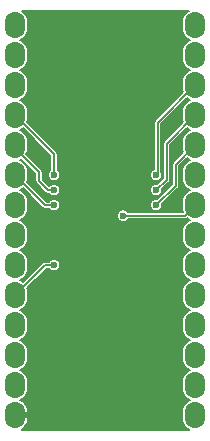
<source format=gbl>
G04 #@! TF.GenerationSoftware,KiCad,Pcbnew,(5.1.2-1)-1*
G04 #@! TF.CreationDate,2019-12-07T17:40:51-05:00*
G04 #@! TF.ProjectId,GW28R8128,47573238-5238-4313-9238-2e6b69636164,rev?*
G04 #@! TF.SameCoordinates,Original*
G04 #@! TF.FileFunction,Copper,L2,Bot*
G04 #@! TF.FilePolarity,Positive*
%FSLAX46Y46*%
G04 Gerber Fmt 4.6, Leading zero omitted, Abs format (unit mm)*
G04 Created by KiCad (PCBNEW (5.1.2-1)-1) date 2019-12-07 17:40:51*
%MOMM*%
%LPD*%
G04 APERTURE LIST*
%ADD10O,1.700000X2.280000*%
%ADD11C,0.800000*%
%ADD12C,0.600000*%
%ADD13C,0.152400*%
G04 APERTURE END LIST*
D10*
X40640000Y-20320000D03*
X55880000Y-53340000D03*
X40640000Y-22860000D03*
X55880000Y-50800000D03*
X40640000Y-25400000D03*
X55880000Y-48260000D03*
X40640000Y-27940000D03*
X55880000Y-45720000D03*
X40640000Y-30480000D03*
X55880000Y-43180000D03*
X40640000Y-33020000D03*
X55880000Y-40640000D03*
X40640000Y-35560000D03*
X55880000Y-38100000D03*
X40640000Y-38100000D03*
X55880000Y-35560000D03*
X40640000Y-40640000D03*
X55880000Y-33020000D03*
X40640000Y-43180000D03*
X55880000Y-30480000D03*
X40640000Y-45720000D03*
X55880000Y-27940000D03*
X40640000Y-48260000D03*
X55880000Y-25400000D03*
X40640000Y-50800000D03*
X55880000Y-22860000D03*
X40640000Y-53340000D03*
X55880000Y-20320000D03*
D11*
X47879000Y-25400000D03*
X46736000Y-26670000D03*
X47879000Y-27940000D03*
D12*
X46990000Y-42418000D03*
X46990000Y-44958000D03*
X48260000Y-31242000D03*
X52070000Y-31242000D03*
X52070000Y-28702000D03*
X48895000Y-48895000D03*
X53975000Y-50165000D03*
X53975000Y-46355000D03*
X51435000Y-40640000D03*
X43942000Y-35560000D03*
X52578000Y-34290000D03*
X43942000Y-33020000D03*
X43942000Y-34290000D03*
X43942000Y-40640000D03*
X52578000Y-35560000D03*
X52578000Y-33020000D03*
X49784000Y-36449000D03*
D13*
X43180000Y-35560000D02*
X43942000Y-35560000D01*
X40640000Y-33020000D02*
X43180000Y-35560000D01*
X53467000Y-30353000D02*
X55880000Y-27940000D01*
X53467000Y-33401000D02*
X53467000Y-30353000D01*
X52578000Y-34290000D02*
X53467000Y-33401000D01*
X43942000Y-31242000D02*
X43942000Y-33020000D01*
X40640000Y-27940000D02*
X43942000Y-31242000D01*
X40640000Y-30734000D02*
X42672000Y-32766000D01*
X42672000Y-33528000D02*
X43434000Y-34290000D01*
X43434000Y-34290000D02*
X43942000Y-34290000D01*
X42672000Y-32766000D02*
X42672000Y-33528000D01*
X40640000Y-30480000D02*
X40640000Y-30734000D01*
X43180000Y-40640000D02*
X40640000Y-43180000D01*
X43942000Y-40640000D02*
X43180000Y-40640000D01*
X54229000Y-33909000D02*
X54229000Y-32131000D01*
X54229000Y-32131000D02*
X55880000Y-30480000D01*
X52578000Y-35560000D02*
X54229000Y-33909000D01*
X52705000Y-28575000D02*
X55880000Y-25400000D01*
X52705000Y-32893000D02*
X52705000Y-28575000D01*
X52578000Y-33020000D02*
X52705000Y-32893000D01*
X49784000Y-36449000D02*
X54991000Y-36449000D01*
X54991000Y-36449000D02*
X55880000Y-35560000D01*
G36*
X55277863Y-19128838D02*
G01*
X55113625Y-19263625D01*
X54978838Y-19427863D01*
X54878683Y-19615242D01*
X54817007Y-19818559D01*
X54801400Y-19977021D01*
X54801400Y-20662980D01*
X54817007Y-20821442D01*
X54878684Y-21024759D01*
X54978839Y-21212137D01*
X55113626Y-21376375D01*
X55277864Y-21511162D01*
X55425360Y-21590000D01*
X55277863Y-21668838D01*
X55113625Y-21803625D01*
X54978838Y-21967863D01*
X54878683Y-22155242D01*
X54817007Y-22358559D01*
X54801400Y-22517021D01*
X54801400Y-23202980D01*
X54817007Y-23361442D01*
X54878684Y-23564759D01*
X54978839Y-23752137D01*
X55113626Y-23916375D01*
X55277864Y-24051162D01*
X55425360Y-24130000D01*
X55277863Y-24208838D01*
X55113625Y-24343625D01*
X54978838Y-24507863D01*
X54878683Y-24695242D01*
X54817007Y-24898559D01*
X54801400Y-25057021D01*
X54801400Y-25742980D01*
X54817007Y-25901442D01*
X54847381Y-26001568D01*
X52500057Y-28348892D01*
X52488433Y-28358432D01*
X52450343Y-28404843D01*
X52435215Y-28433146D01*
X52422040Y-28457795D01*
X52404611Y-28515249D01*
X52398727Y-28575000D01*
X52400201Y-28589968D01*
X52400200Y-32521494D01*
X52327614Y-32551560D01*
X52241037Y-32609409D01*
X52167409Y-32683037D01*
X52109560Y-32769614D01*
X52069713Y-32865813D01*
X52049400Y-32967937D01*
X52049400Y-33072063D01*
X52069713Y-33174187D01*
X52109560Y-33270386D01*
X52167409Y-33356963D01*
X52241037Y-33430591D01*
X52327614Y-33488440D01*
X52423813Y-33528287D01*
X52525937Y-33548600D01*
X52630063Y-33548600D01*
X52732187Y-33528287D01*
X52828386Y-33488440D01*
X52914963Y-33430591D01*
X52988591Y-33356963D01*
X53046440Y-33270386D01*
X53086287Y-33174187D01*
X53106600Y-33072063D01*
X53106600Y-32967937D01*
X53086287Y-32865813D01*
X53046440Y-32769614D01*
X53009800Y-32714778D01*
X53009800Y-28701251D01*
X55191097Y-26519954D01*
X55277864Y-26591162D01*
X55425360Y-26670000D01*
X55277863Y-26748838D01*
X55113625Y-26883625D01*
X54978838Y-27047863D01*
X54878683Y-27235242D01*
X54817007Y-27438559D01*
X54801400Y-27597021D01*
X54801400Y-28282980D01*
X54817007Y-28441442D01*
X54847381Y-28541568D01*
X53262057Y-30126892D01*
X53250433Y-30136432D01*
X53212343Y-30182843D01*
X53204755Y-30197040D01*
X53184040Y-30235795D01*
X53166611Y-30293249D01*
X53160727Y-30353000D01*
X53162201Y-30367968D01*
X53162200Y-33274748D01*
X52668002Y-33768946D01*
X52630063Y-33761400D01*
X52525937Y-33761400D01*
X52423813Y-33781713D01*
X52327614Y-33821560D01*
X52241037Y-33879409D01*
X52167409Y-33953037D01*
X52109560Y-34039614D01*
X52069713Y-34135813D01*
X52049400Y-34237937D01*
X52049400Y-34342063D01*
X52069713Y-34444187D01*
X52109560Y-34540386D01*
X52167409Y-34626963D01*
X52241037Y-34700591D01*
X52327614Y-34758440D01*
X52423813Y-34798287D01*
X52525937Y-34818600D01*
X52630063Y-34818600D01*
X52732187Y-34798287D01*
X52828386Y-34758440D01*
X52914963Y-34700591D01*
X52988591Y-34626963D01*
X53046440Y-34540386D01*
X53086287Y-34444187D01*
X53106600Y-34342063D01*
X53106600Y-34237937D01*
X53099054Y-34199998D01*
X53671945Y-33627107D01*
X53683568Y-33617568D01*
X53721658Y-33571157D01*
X53749960Y-33518206D01*
X53758990Y-33488440D01*
X53767389Y-33460752D01*
X53767897Y-33455597D01*
X53771800Y-33415966D01*
X53771800Y-33415958D01*
X53773273Y-33401000D01*
X53771800Y-33386042D01*
X53771800Y-30479251D01*
X55191097Y-29059954D01*
X55277864Y-29131162D01*
X55425360Y-29210000D01*
X55277863Y-29288838D01*
X55113625Y-29423625D01*
X54978838Y-29587863D01*
X54878683Y-29775242D01*
X54817007Y-29978559D01*
X54801400Y-30137021D01*
X54801400Y-30822980D01*
X54817007Y-30981442D01*
X54847381Y-31081568D01*
X54024057Y-31904892D01*
X54012433Y-31914432D01*
X53974343Y-31960843D01*
X53959215Y-31989146D01*
X53946040Y-32013795D01*
X53928611Y-32071249D01*
X53922727Y-32131000D01*
X53924201Y-32145968D01*
X53924200Y-33782748D01*
X52668002Y-35038946D01*
X52630063Y-35031400D01*
X52525937Y-35031400D01*
X52423813Y-35051713D01*
X52327614Y-35091560D01*
X52241037Y-35149409D01*
X52167409Y-35223037D01*
X52109560Y-35309614D01*
X52069713Y-35405813D01*
X52049400Y-35507937D01*
X52049400Y-35612063D01*
X52069713Y-35714187D01*
X52109560Y-35810386D01*
X52167409Y-35896963D01*
X52241037Y-35970591D01*
X52327614Y-36028440D01*
X52423813Y-36068287D01*
X52525937Y-36088600D01*
X52630063Y-36088600D01*
X52732187Y-36068287D01*
X52828386Y-36028440D01*
X52914963Y-35970591D01*
X52988591Y-35896963D01*
X53046440Y-35810386D01*
X53086287Y-35714187D01*
X53106600Y-35612063D01*
X53106600Y-35507937D01*
X53099054Y-35469998D01*
X54433945Y-34135107D01*
X54445568Y-34125568D01*
X54483658Y-34079157D01*
X54511960Y-34026206D01*
X54529389Y-33968751D01*
X54533800Y-33923966D01*
X54533800Y-33923958D01*
X54535273Y-33909000D01*
X54533800Y-33894042D01*
X54533800Y-32257251D01*
X55191097Y-31599954D01*
X55277864Y-31671162D01*
X55425360Y-31750000D01*
X55277863Y-31828838D01*
X55113625Y-31963625D01*
X54978838Y-32127863D01*
X54878683Y-32315242D01*
X54817007Y-32518559D01*
X54801400Y-32677021D01*
X54801400Y-33362980D01*
X54817007Y-33521442D01*
X54878684Y-33724759D01*
X54978839Y-33912137D01*
X55113626Y-34076375D01*
X55277864Y-34211162D01*
X55425360Y-34290000D01*
X55277863Y-34368838D01*
X55113625Y-34503625D01*
X54978838Y-34667863D01*
X54878683Y-34855242D01*
X54817007Y-35058559D01*
X54801400Y-35217021D01*
X54801400Y-35902980D01*
X54817007Y-36061442D01*
X54842112Y-36144200D01*
X50216082Y-36144200D01*
X50194591Y-36112037D01*
X50120963Y-36038409D01*
X50034386Y-35980560D01*
X49938187Y-35940713D01*
X49836063Y-35920400D01*
X49731937Y-35920400D01*
X49629813Y-35940713D01*
X49533614Y-35980560D01*
X49447037Y-36038409D01*
X49373409Y-36112037D01*
X49315560Y-36198614D01*
X49275713Y-36294813D01*
X49255400Y-36396937D01*
X49255400Y-36501063D01*
X49275713Y-36603187D01*
X49315560Y-36699386D01*
X49373409Y-36785963D01*
X49447037Y-36859591D01*
X49533614Y-36917440D01*
X49629813Y-36957287D01*
X49731937Y-36977600D01*
X49836063Y-36977600D01*
X49938187Y-36957287D01*
X50034386Y-36917440D01*
X50120963Y-36859591D01*
X50194591Y-36785963D01*
X50216082Y-36753800D01*
X54976042Y-36753800D01*
X54991000Y-36755273D01*
X55005958Y-36753800D01*
X55005966Y-36753800D01*
X55050751Y-36749389D01*
X55108206Y-36731960D01*
X55161157Y-36703658D01*
X55190568Y-36679520D01*
X55277864Y-36751162D01*
X55425360Y-36830000D01*
X55277863Y-36908838D01*
X55113625Y-37043625D01*
X54978838Y-37207863D01*
X54878683Y-37395242D01*
X54817007Y-37598559D01*
X54801400Y-37757021D01*
X54801400Y-38442980D01*
X54817007Y-38601442D01*
X54878684Y-38804759D01*
X54978839Y-38992137D01*
X55113626Y-39156375D01*
X55277864Y-39291162D01*
X55425360Y-39370000D01*
X55277863Y-39448838D01*
X55113625Y-39583625D01*
X54978838Y-39747863D01*
X54878683Y-39935242D01*
X54817007Y-40138559D01*
X54801400Y-40297021D01*
X54801400Y-40982980D01*
X54817007Y-41141442D01*
X54878684Y-41344759D01*
X54978839Y-41532137D01*
X55113626Y-41696375D01*
X55277864Y-41831162D01*
X55425360Y-41910000D01*
X55277863Y-41988838D01*
X55113625Y-42123625D01*
X54978838Y-42287863D01*
X54878683Y-42475242D01*
X54817007Y-42678559D01*
X54801400Y-42837021D01*
X54801400Y-43522980D01*
X54817007Y-43681442D01*
X54878684Y-43884759D01*
X54978839Y-44072137D01*
X55113626Y-44236375D01*
X55277864Y-44371162D01*
X55425360Y-44450000D01*
X55277863Y-44528838D01*
X55113625Y-44663625D01*
X54978838Y-44827863D01*
X54878683Y-45015242D01*
X54817007Y-45218559D01*
X54801400Y-45377021D01*
X54801400Y-46062980D01*
X54817007Y-46221442D01*
X54878684Y-46424759D01*
X54978839Y-46612137D01*
X55113626Y-46776375D01*
X55277864Y-46911162D01*
X55425360Y-46990000D01*
X55277863Y-47068838D01*
X55113625Y-47203625D01*
X54978838Y-47367863D01*
X54878683Y-47555242D01*
X54817007Y-47758559D01*
X54801400Y-47917021D01*
X54801400Y-48602980D01*
X54817007Y-48761442D01*
X54878684Y-48964759D01*
X54978839Y-49152137D01*
X55113626Y-49316375D01*
X55277864Y-49451162D01*
X55425360Y-49530000D01*
X55277863Y-49608838D01*
X55113625Y-49743625D01*
X54978838Y-49907863D01*
X54878683Y-50095242D01*
X54817007Y-50298559D01*
X54801400Y-50457021D01*
X54801400Y-51142980D01*
X54817007Y-51301442D01*
X54878684Y-51504759D01*
X54978839Y-51692137D01*
X55113626Y-51856375D01*
X55277864Y-51991162D01*
X55425360Y-52070000D01*
X55277863Y-52148838D01*
X55113625Y-52283625D01*
X54978838Y-52447863D01*
X54878683Y-52635242D01*
X54817007Y-52838559D01*
X54801400Y-52997021D01*
X54801400Y-53682980D01*
X54817007Y-53841442D01*
X54878684Y-54044759D01*
X54978839Y-54232137D01*
X55113626Y-54396375D01*
X55277864Y-54531162D01*
X55332565Y-54560400D01*
X41213081Y-54560400D01*
X41373470Y-54441841D01*
X41517759Y-54283149D01*
X41628316Y-54099357D01*
X41700893Y-53897528D01*
X41732700Y-53685418D01*
X41670766Y-53513800D01*
X40813800Y-53513800D01*
X40813800Y-53533800D01*
X40466200Y-53533800D01*
X40466200Y-53513800D01*
X40446200Y-53513800D01*
X40446200Y-53166200D01*
X40466200Y-53166200D01*
X40466200Y-53146200D01*
X40813800Y-53146200D01*
X40813800Y-53166200D01*
X41670766Y-53166200D01*
X41732700Y-52994582D01*
X41700893Y-52782472D01*
X41628316Y-52580643D01*
X41517759Y-52396851D01*
X41373470Y-52238159D01*
X41200994Y-52110665D01*
X41094476Y-52070088D01*
X41242137Y-51991162D01*
X41406375Y-51856375D01*
X41541162Y-51692137D01*
X41641317Y-51504758D01*
X41702993Y-51301441D01*
X41718600Y-51142979D01*
X41718600Y-50457020D01*
X41702993Y-50298558D01*
X41641317Y-50095241D01*
X41541162Y-49907863D01*
X41406375Y-49743625D01*
X41242137Y-49608838D01*
X41094640Y-49530000D01*
X41242137Y-49451162D01*
X41406375Y-49316375D01*
X41541162Y-49152137D01*
X41641317Y-48964758D01*
X41702993Y-48761441D01*
X41718600Y-48602979D01*
X41718600Y-47917020D01*
X41702993Y-47758558D01*
X41641317Y-47555241D01*
X41541162Y-47367863D01*
X41406375Y-47203625D01*
X41242137Y-47068838D01*
X41094640Y-46990000D01*
X41242137Y-46911162D01*
X41406375Y-46776375D01*
X41541162Y-46612137D01*
X41641317Y-46424758D01*
X41702993Y-46221441D01*
X41718600Y-46062979D01*
X41718600Y-45377020D01*
X41702993Y-45218558D01*
X41641317Y-45015241D01*
X41541162Y-44827863D01*
X41406375Y-44663625D01*
X41242137Y-44528838D01*
X41094640Y-44450000D01*
X41242137Y-44371162D01*
X41406375Y-44236375D01*
X41541162Y-44072137D01*
X41641317Y-43884758D01*
X41702993Y-43681441D01*
X41718600Y-43522979D01*
X41718600Y-42837020D01*
X41702993Y-42678558D01*
X41672620Y-42578432D01*
X43306252Y-40944800D01*
X43509918Y-40944800D01*
X43531409Y-40976963D01*
X43605037Y-41050591D01*
X43691614Y-41108440D01*
X43787813Y-41148287D01*
X43889937Y-41168600D01*
X43994063Y-41168600D01*
X44096187Y-41148287D01*
X44192386Y-41108440D01*
X44278963Y-41050591D01*
X44352591Y-40976963D01*
X44410440Y-40890386D01*
X44450287Y-40794187D01*
X44470600Y-40692063D01*
X44470600Y-40587937D01*
X44450287Y-40485813D01*
X44410440Y-40389614D01*
X44352591Y-40303037D01*
X44278963Y-40229409D01*
X44192386Y-40171560D01*
X44096187Y-40131713D01*
X43994063Y-40111400D01*
X43889937Y-40111400D01*
X43787813Y-40131713D01*
X43691614Y-40171560D01*
X43605037Y-40229409D01*
X43531409Y-40303037D01*
X43509918Y-40335200D01*
X43194957Y-40335200D01*
X43179999Y-40333727D01*
X43165041Y-40335200D01*
X43165034Y-40335200D01*
X43125889Y-40339055D01*
X43120248Y-40339611D01*
X43102819Y-40344898D01*
X43062794Y-40357040D01*
X43009843Y-40385342D01*
X42963432Y-40423432D01*
X42953892Y-40435056D01*
X41328903Y-42060045D01*
X41242137Y-41988838D01*
X41094640Y-41910000D01*
X41242137Y-41831162D01*
X41406375Y-41696375D01*
X41541162Y-41532137D01*
X41641317Y-41344758D01*
X41702993Y-41141441D01*
X41718600Y-40982979D01*
X41718600Y-40297020D01*
X41702993Y-40138558D01*
X41641317Y-39935241D01*
X41541162Y-39747863D01*
X41406375Y-39583625D01*
X41242137Y-39448838D01*
X41094640Y-39370000D01*
X41242137Y-39291162D01*
X41406375Y-39156375D01*
X41541162Y-38992137D01*
X41641317Y-38804758D01*
X41702993Y-38601441D01*
X41718600Y-38442979D01*
X41718600Y-37757020D01*
X41702993Y-37598558D01*
X41641317Y-37395241D01*
X41541162Y-37207863D01*
X41406375Y-37043625D01*
X41242137Y-36908838D01*
X41094640Y-36830000D01*
X41242137Y-36751162D01*
X41406375Y-36616375D01*
X41541162Y-36452137D01*
X41641317Y-36264758D01*
X41702993Y-36061441D01*
X41718600Y-35902979D01*
X41718600Y-35217020D01*
X41702993Y-35058558D01*
X41641317Y-34855241D01*
X41541162Y-34667863D01*
X41406375Y-34503625D01*
X41242137Y-34368838D01*
X41094640Y-34290000D01*
X41242137Y-34211162D01*
X41328903Y-34139955D01*
X42953892Y-35764944D01*
X42963432Y-35776568D01*
X43009843Y-35814658D01*
X43062794Y-35842960D01*
X43102819Y-35855102D01*
X43120248Y-35860389D01*
X43125889Y-35860945D01*
X43165034Y-35864800D01*
X43165041Y-35864800D01*
X43179999Y-35866273D01*
X43194957Y-35864800D01*
X43509918Y-35864800D01*
X43531409Y-35896963D01*
X43605037Y-35970591D01*
X43691614Y-36028440D01*
X43787813Y-36068287D01*
X43889937Y-36088600D01*
X43994063Y-36088600D01*
X44096187Y-36068287D01*
X44192386Y-36028440D01*
X44278963Y-35970591D01*
X44352591Y-35896963D01*
X44410440Y-35810386D01*
X44450287Y-35714187D01*
X44470600Y-35612063D01*
X44470600Y-35507937D01*
X44450287Y-35405813D01*
X44410440Y-35309614D01*
X44352591Y-35223037D01*
X44278963Y-35149409D01*
X44192386Y-35091560D01*
X44096187Y-35051713D01*
X43994063Y-35031400D01*
X43889937Y-35031400D01*
X43787813Y-35051713D01*
X43691614Y-35091560D01*
X43605037Y-35149409D01*
X43531409Y-35223037D01*
X43509918Y-35255200D01*
X43306252Y-35255200D01*
X41672620Y-33621568D01*
X41702993Y-33521441D01*
X41718600Y-33362979D01*
X41718600Y-32677020D01*
X41702993Y-32518558D01*
X41641317Y-32315241D01*
X41541162Y-32127863D01*
X41406375Y-31963625D01*
X41242137Y-31828838D01*
X41094640Y-31750000D01*
X41179559Y-31704610D01*
X42367200Y-32892252D01*
X42367201Y-33513032D01*
X42365727Y-33528000D01*
X42371611Y-33587751D01*
X42389040Y-33645205D01*
X42402215Y-33669854D01*
X42417343Y-33698157D01*
X42455433Y-33744568D01*
X42467057Y-33754108D01*
X43207892Y-34494944D01*
X43217432Y-34506568D01*
X43263843Y-34544658D01*
X43316794Y-34572960D01*
X43374248Y-34590389D01*
X43379403Y-34590897D01*
X43419034Y-34594800D01*
X43419042Y-34594800D01*
X43434000Y-34596273D01*
X43448958Y-34594800D01*
X43509918Y-34594800D01*
X43531409Y-34626963D01*
X43605037Y-34700591D01*
X43691614Y-34758440D01*
X43787813Y-34798287D01*
X43889937Y-34818600D01*
X43994063Y-34818600D01*
X44096187Y-34798287D01*
X44192386Y-34758440D01*
X44278963Y-34700591D01*
X44352591Y-34626963D01*
X44410440Y-34540386D01*
X44450287Y-34444187D01*
X44470600Y-34342063D01*
X44470600Y-34237937D01*
X44450287Y-34135813D01*
X44410440Y-34039614D01*
X44352591Y-33953037D01*
X44278963Y-33879409D01*
X44192386Y-33821560D01*
X44096187Y-33781713D01*
X43994063Y-33761400D01*
X43889937Y-33761400D01*
X43787813Y-33781713D01*
X43691614Y-33821560D01*
X43605037Y-33879409D01*
X43531409Y-33953037D01*
X43530079Y-33955027D01*
X42976800Y-33401749D01*
X42976800Y-32780958D01*
X42978273Y-32766000D01*
X42976800Y-32751042D01*
X42976800Y-32751034D01*
X42972389Y-32706249D01*
X42963523Y-32677020D01*
X42954960Y-32648794D01*
X42949374Y-32638343D01*
X42926658Y-32595843D01*
X42888568Y-32549432D01*
X42876945Y-32539893D01*
X41599690Y-31262638D01*
X41641317Y-31184758D01*
X41702993Y-30981441D01*
X41718600Y-30822979D01*
X41718600Y-30137020D01*
X41702993Y-29978558D01*
X41641317Y-29775241D01*
X41541162Y-29587863D01*
X41406375Y-29423625D01*
X41242137Y-29288838D01*
X41094640Y-29210000D01*
X41242137Y-29131162D01*
X41328903Y-29059955D01*
X43637200Y-31368252D01*
X43637201Y-32587918D01*
X43605037Y-32609409D01*
X43531409Y-32683037D01*
X43473560Y-32769614D01*
X43433713Y-32865813D01*
X43413400Y-32967937D01*
X43413400Y-33072063D01*
X43433713Y-33174187D01*
X43473560Y-33270386D01*
X43531409Y-33356963D01*
X43605037Y-33430591D01*
X43691614Y-33488440D01*
X43787813Y-33528287D01*
X43889937Y-33548600D01*
X43994063Y-33548600D01*
X44096187Y-33528287D01*
X44192386Y-33488440D01*
X44278963Y-33430591D01*
X44352591Y-33356963D01*
X44410440Y-33270386D01*
X44450287Y-33174187D01*
X44470600Y-33072063D01*
X44470600Y-32967937D01*
X44450287Y-32865813D01*
X44410440Y-32769614D01*
X44352591Y-32683037D01*
X44278963Y-32609409D01*
X44246800Y-32587918D01*
X44246800Y-31256957D01*
X44248273Y-31241999D01*
X44246800Y-31227041D01*
X44246800Y-31227034D01*
X44242389Y-31182249D01*
X44224960Y-31124794D01*
X44196658Y-31071843D01*
X44158568Y-31025432D01*
X44146945Y-31015893D01*
X41672620Y-28541568D01*
X41702993Y-28441441D01*
X41718600Y-28282979D01*
X41718600Y-27597020D01*
X41702993Y-27438558D01*
X41641317Y-27235241D01*
X41541162Y-27047863D01*
X41406375Y-26883625D01*
X41242137Y-26748838D01*
X41094640Y-26670000D01*
X41242137Y-26591162D01*
X41406375Y-26456375D01*
X41541162Y-26292137D01*
X41641317Y-26104758D01*
X41702993Y-25901441D01*
X41718600Y-25742979D01*
X41718600Y-25057020D01*
X41702993Y-24898558D01*
X41641317Y-24695241D01*
X41541162Y-24507863D01*
X41406375Y-24343625D01*
X41242137Y-24208838D01*
X41094640Y-24130000D01*
X41242137Y-24051162D01*
X41406375Y-23916375D01*
X41541162Y-23752137D01*
X41641317Y-23564758D01*
X41702993Y-23361441D01*
X41718600Y-23202979D01*
X41718600Y-22517020D01*
X41702993Y-22358558D01*
X41641317Y-22155241D01*
X41541162Y-21967863D01*
X41406375Y-21803625D01*
X41242137Y-21668838D01*
X41094640Y-21590000D01*
X41242137Y-21511162D01*
X41406375Y-21376375D01*
X41541162Y-21212137D01*
X41641317Y-21024758D01*
X41702993Y-20821441D01*
X41718600Y-20662979D01*
X41718600Y-19977020D01*
X41702993Y-19818558D01*
X41641317Y-19615241D01*
X41541162Y-19427863D01*
X41406375Y-19263625D01*
X41242137Y-19128838D01*
X41187436Y-19099600D01*
X55332564Y-19099600D01*
X55277863Y-19128838D01*
X55277863Y-19128838D01*
G37*
X55277863Y-19128838D02*
X55113625Y-19263625D01*
X54978838Y-19427863D01*
X54878683Y-19615242D01*
X54817007Y-19818559D01*
X54801400Y-19977021D01*
X54801400Y-20662980D01*
X54817007Y-20821442D01*
X54878684Y-21024759D01*
X54978839Y-21212137D01*
X55113626Y-21376375D01*
X55277864Y-21511162D01*
X55425360Y-21590000D01*
X55277863Y-21668838D01*
X55113625Y-21803625D01*
X54978838Y-21967863D01*
X54878683Y-22155242D01*
X54817007Y-22358559D01*
X54801400Y-22517021D01*
X54801400Y-23202980D01*
X54817007Y-23361442D01*
X54878684Y-23564759D01*
X54978839Y-23752137D01*
X55113626Y-23916375D01*
X55277864Y-24051162D01*
X55425360Y-24130000D01*
X55277863Y-24208838D01*
X55113625Y-24343625D01*
X54978838Y-24507863D01*
X54878683Y-24695242D01*
X54817007Y-24898559D01*
X54801400Y-25057021D01*
X54801400Y-25742980D01*
X54817007Y-25901442D01*
X54847381Y-26001568D01*
X52500057Y-28348892D01*
X52488433Y-28358432D01*
X52450343Y-28404843D01*
X52435215Y-28433146D01*
X52422040Y-28457795D01*
X52404611Y-28515249D01*
X52398727Y-28575000D01*
X52400201Y-28589968D01*
X52400200Y-32521494D01*
X52327614Y-32551560D01*
X52241037Y-32609409D01*
X52167409Y-32683037D01*
X52109560Y-32769614D01*
X52069713Y-32865813D01*
X52049400Y-32967937D01*
X52049400Y-33072063D01*
X52069713Y-33174187D01*
X52109560Y-33270386D01*
X52167409Y-33356963D01*
X52241037Y-33430591D01*
X52327614Y-33488440D01*
X52423813Y-33528287D01*
X52525937Y-33548600D01*
X52630063Y-33548600D01*
X52732187Y-33528287D01*
X52828386Y-33488440D01*
X52914963Y-33430591D01*
X52988591Y-33356963D01*
X53046440Y-33270386D01*
X53086287Y-33174187D01*
X53106600Y-33072063D01*
X53106600Y-32967937D01*
X53086287Y-32865813D01*
X53046440Y-32769614D01*
X53009800Y-32714778D01*
X53009800Y-28701251D01*
X55191097Y-26519954D01*
X55277864Y-26591162D01*
X55425360Y-26670000D01*
X55277863Y-26748838D01*
X55113625Y-26883625D01*
X54978838Y-27047863D01*
X54878683Y-27235242D01*
X54817007Y-27438559D01*
X54801400Y-27597021D01*
X54801400Y-28282980D01*
X54817007Y-28441442D01*
X54847381Y-28541568D01*
X53262057Y-30126892D01*
X53250433Y-30136432D01*
X53212343Y-30182843D01*
X53204755Y-30197040D01*
X53184040Y-30235795D01*
X53166611Y-30293249D01*
X53160727Y-30353000D01*
X53162201Y-30367968D01*
X53162200Y-33274748D01*
X52668002Y-33768946D01*
X52630063Y-33761400D01*
X52525937Y-33761400D01*
X52423813Y-33781713D01*
X52327614Y-33821560D01*
X52241037Y-33879409D01*
X52167409Y-33953037D01*
X52109560Y-34039614D01*
X52069713Y-34135813D01*
X52049400Y-34237937D01*
X52049400Y-34342063D01*
X52069713Y-34444187D01*
X52109560Y-34540386D01*
X52167409Y-34626963D01*
X52241037Y-34700591D01*
X52327614Y-34758440D01*
X52423813Y-34798287D01*
X52525937Y-34818600D01*
X52630063Y-34818600D01*
X52732187Y-34798287D01*
X52828386Y-34758440D01*
X52914963Y-34700591D01*
X52988591Y-34626963D01*
X53046440Y-34540386D01*
X53086287Y-34444187D01*
X53106600Y-34342063D01*
X53106600Y-34237937D01*
X53099054Y-34199998D01*
X53671945Y-33627107D01*
X53683568Y-33617568D01*
X53721658Y-33571157D01*
X53749960Y-33518206D01*
X53758990Y-33488440D01*
X53767389Y-33460752D01*
X53767897Y-33455597D01*
X53771800Y-33415966D01*
X53771800Y-33415958D01*
X53773273Y-33401000D01*
X53771800Y-33386042D01*
X53771800Y-30479251D01*
X55191097Y-29059954D01*
X55277864Y-29131162D01*
X55425360Y-29210000D01*
X55277863Y-29288838D01*
X55113625Y-29423625D01*
X54978838Y-29587863D01*
X54878683Y-29775242D01*
X54817007Y-29978559D01*
X54801400Y-30137021D01*
X54801400Y-30822980D01*
X54817007Y-30981442D01*
X54847381Y-31081568D01*
X54024057Y-31904892D01*
X54012433Y-31914432D01*
X53974343Y-31960843D01*
X53959215Y-31989146D01*
X53946040Y-32013795D01*
X53928611Y-32071249D01*
X53922727Y-32131000D01*
X53924201Y-32145968D01*
X53924200Y-33782748D01*
X52668002Y-35038946D01*
X52630063Y-35031400D01*
X52525937Y-35031400D01*
X52423813Y-35051713D01*
X52327614Y-35091560D01*
X52241037Y-35149409D01*
X52167409Y-35223037D01*
X52109560Y-35309614D01*
X52069713Y-35405813D01*
X52049400Y-35507937D01*
X52049400Y-35612063D01*
X52069713Y-35714187D01*
X52109560Y-35810386D01*
X52167409Y-35896963D01*
X52241037Y-35970591D01*
X52327614Y-36028440D01*
X52423813Y-36068287D01*
X52525937Y-36088600D01*
X52630063Y-36088600D01*
X52732187Y-36068287D01*
X52828386Y-36028440D01*
X52914963Y-35970591D01*
X52988591Y-35896963D01*
X53046440Y-35810386D01*
X53086287Y-35714187D01*
X53106600Y-35612063D01*
X53106600Y-35507937D01*
X53099054Y-35469998D01*
X54433945Y-34135107D01*
X54445568Y-34125568D01*
X54483658Y-34079157D01*
X54511960Y-34026206D01*
X54529389Y-33968751D01*
X54533800Y-33923966D01*
X54533800Y-33923958D01*
X54535273Y-33909000D01*
X54533800Y-33894042D01*
X54533800Y-32257251D01*
X55191097Y-31599954D01*
X55277864Y-31671162D01*
X55425360Y-31750000D01*
X55277863Y-31828838D01*
X55113625Y-31963625D01*
X54978838Y-32127863D01*
X54878683Y-32315242D01*
X54817007Y-32518559D01*
X54801400Y-32677021D01*
X54801400Y-33362980D01*
X54817007Y-33521442D01*
X54878684Y-33724759D01*
X54978839Y-33912137D01*
X55113626Y-34076375D01*
X55277864Y-34211162D01*
X55425360Y-34290000D01*
X55277863Y-34368838D01*
X55113625Y-34503625D01*
X54978838Y-34667863D01*
X54878683Y-34855242D01*
X54817007Y-35058559D01*
X54801400Y-35217021D01*
X54801400Y-35902980D01*
X54817007Y-36061442D01*
X54842112Y-36144200D01*
X50216082Y-36144200D01*
X50194591Y-36112037D01*
X50120963Y-36038409D01*
X50034386Y-35980560D01*
X49938187Y-35940713D01*
X49836063Y-35920400D01*
X49731937Y-35920400D01*
X49629813Y-35940713D01*
X49533614Y-35980560D01*
X49447037Y-36038409D01*
X49373409Y-36112037D01*
X49315560Y-36198614D01*
X49275713Y-36294813D01*
X49255400Y-36396937D01*
X49255400Y-36501063D01*
X49275713Y-36603187D01*
X49315560Y-36699386D01*
X49373409Y-36785963D01*
X49447037Y-36859591D01*
X49533614Y-36917440D01*
X49629813Y-36957287D01*
X49731937Y-36977600D01*
X49836063Y-36977600D01*
X49938187Y-36957287D01*
X50034386Y-36917440D01*
X50120963Y-36859591D01*
X50194591Y-36785963D01*
X50216082Y-36753800D01*
X54976042Y-36753800D01*
X54991000Y-36755273D01*
X55005958Y-36753800D01*
X55005966Y-36753800D01*
X55050751Y-36749389D01*
X55108206Y-36731960D01*
X55161157Y-36703658D01*
X55190568Y-36679520D01*
X55277864Y-36751162D01*
X55425360Y-36830000D01*
X55277863Y-36908838D01*
X55113625Y-37043625D01*
X54978838Y-37207863D01*
X54878683Y-37395242D01*
X54817007Y-37598559D01*
X54801400Y-37757021D01*
X54801400Y-38442980D01*
X54817007Y-38601442D01*
X54878684Y-38804759D01*
X54978839Y-38992137D01*
X55113626Y-39156375D01*
X55277864Y-39291162D01*
X55425360Y-39370000D01*
X55277863Y-39448838D01*
X55113625Y-39583625D01*
X54978838Y-39747863D01*
X54878683Y-39935242D01*
X54817007Y-40138559D01*
X54801400Y-40297021D01*
X54801400Y-40982980D01*
X54817007Y-41141442D01*
X54878684Y-41344759D01*
X54978839Y-41532137D01*
X55113626Y-41696375D01*
X55277864Y-41831162D01*
X55425360Y-41910000D01*
X55277863Y-41988838D01*
X55113625Y-42123625D01*
X54978838Y-42287863D01*
X54878683Y-42475242D01*
X54817007Y-42678559D01*
X54801400Y-42837021D01*
X54801400Y-43522980D01*
X54817007Y-43681442D01*
X54878684Y-43884759D01*
X54978839Y-44072137D01*
X55113626Y-44236375D01*
X55277864Y-44371162D01*
X55425360Y-44450000D01*
X55277863Y-44528838D01*
X55113625Y-44663625D01*
X54978838Y-44827863D01*
X54878683Y-45015242D01*
X54817007Y-45218559D01*
X54801400Y-45377021D01*
X54801400Y-46062980D01*
X54817007Y-46221442D01*
X54878684Y-46424759D01*
X54978839Y-46612137D01*
X55113626Y-46776375D01*
X55277864Y-46911162D01*
X55425360Y-46990000D01*
X55277863Y-47068838D01*
X55113625Y-47203625D01*
X54978838Y-47367863D01*
X54878683Y-47555242D01*
X54817007Y-47758559D01*
X54801400Y-47917021D01*
X54801400Y-48602980D01*
X54817007Y-48761442D01*
X54878684Y-48964759D01*
X54978839Y-49152137D01*
X55113626Y-49316375D01*
X55277864Y-49451162D01*
X55425360Y-49530000D01*
X55277863Y-49608838D01*
X55113625Y-49743625D01*
X54978838Y-49907863D01*
X54878683Y-50095242D01*
X54817007Y-50298559D01*
X54801400Y-50457021D01*
X54801400Y-51142980D01*
X54817007Y-51301442D01*
X54878684Y-51504759D01*
X54978839Y-51692137D01*
X55113626Y-51856375D01*
X55277864Y-51991162D01*
X55425360Y-52070000D01*
X55277863Y-52148838D01*
X55113625Y-52283625D01*
X54978838Y-52447863D01*
X54878683Y-52635242D01*
X54817007Y-52838559D01*
X54801400Y-52997021D01*
X54801400Y-53682980D01*
X54817007Y-53841442D01*
X54878684Y-54044759D01*
X54978839Y-54232137D01*
X55113626Y-54396375D01*
X55277864Y-54531162D01*
X55332565Y-54560400D01*
X41213081Y-54560400D01*
X41373470Y-54441841D01*
X41517759Y-54283149D01*
X41628316Y-54099357D01*
X41700893Y-53897528D01*
X41732700Y-53685418D01*
X41670766Y-53513800D01*
X40813800Y-53513800D01*
X40813800Y-53533800D01*
X40466200Y-53533800D01*
X40466200Y-53513800D01*
X40446200Y-53513800D01*
X40446200Y-53166200D01*
X40466200Y-53166200D01*
X40466200Y-53146200D01*
X40813800Y-53146200D01*
X40813800Y-53166200D01*
X41670766Y-53166200D01*
X41732700Y-52994582D01*
X41700893Y-52782472D01*
X41628316Y-52580643D01*
X41517759Y-52396851D01*
X41373470Y-52238159D01*
X41200994Y-52110665D01*
X41094476Y-52070088D01*
X41242137Y-51991162D01*
X41406375Y-51856375D01*
X41541162Y-51692137D01*
X41641317Y-51504758D01*
X41702993Y-51301441D01*
X41718600Y-51142979D01*
X41718600Y-50457020D01*
X41702993Y-50298558D01*
X41641317Y-50095241D01*
X41541162Y-49907863D01*
X41406375Y-49743625D01*
X41242137Y-49608838D01*
X41094640Y-49530000D01*
X41242137Y-49451162D01*
X41406375Y-49316375D01*
X41541162Y-49152137D01*
X41641317Y-48964758D01*
X41702993Y-48761441D01*
X41718600Y-48602979D01*
X41718600Y-47917020D01*
X41702993Y-47758558D01*
X41641317Y-47555241D01*
X41541162Y-47367863D01*
X41406375Y-47203625D01*
X41242137Y-47068838D01*
X41094640Y-46990000D01*
X41242137Y-46911162D01*
X41406375Y-46776375D01*
X41541162Y-46612137D01*
X41641317Y-46424758D01*
X41702993Y-46221441D01*
X41718600Y-46062979D01*
X41718600Y-45377020D01*
X41702993Y-45218558D01*
X41641317Y-45015241D01*
X41541162Y-44827863D01*
X41406375Y-44663625D01*
X41242137Y-44528838D01*
X41094640Y-44450000D01*
X41242137Y-44371162D01*
X41406375Y-44236375D01*
X41541162Y-44072137D01*
X41641317Y-43884758D01*
X41702993Y-43681441D01*
X41718600Y-43522979D01*
X41718600Y-42837020D01*
X41702993Y-42678558D01*
X41672620Y-42578432D01*
X43306252Y-40944800D01*
X43509918Y-40944800D01*
X43531409Y-40976963D01*
X43605037Y-41050591D01*
X43691614Y-41108440D01*
X43787813Y-41148287D01*
X43889937Y-41168600D01*
X43994063Y-41168600D01*
X44096187Y-41148287D01*
X44192386Y-41108440D01*
X44278963Y-41050591D01*
X44352591Y-40976963D01*
X44410440Y-40890386D01*
X44450287Y-40794187D01*
X44470600Y-40692063D01*
X44470600Y-40587937D01*
X44450287Y-40485813D01*
X44410440Y-40389614D01*
X44352591Y-40303037D01*
X44278963Y-40229409D01*
X44192386Y-40171560D01*
X44096187Y-40131713D01*
X43994063Y-40111400D01*
X43889937Y-40111400D01*
X43787813Y-40131713D01*
X43691614Y-40171560D01*
X43605037Y-40229409D01*
X43531409Y-40303037D01*
X43509918Y-40335200D01*
X43194957Y-40335200D01*
X43179999Y-40333727D01*
X43165041Y-40335200D01*
X43165034Y-40335200D01*
X43125889Y-40339055D01*
X43120248Y-40339611D01*
X43102819Y-40344898D01*
X43062794Y-40357040D01*
X43009843Y-40385342D01*
X42963432Y-40423432D01*
X42953892Y-40435056D01*
X41328903Y-42060045D01*
X41242137Y-41988838D01*
X41094640Y-41910000D01*
X41242137Y-41831162D01*
X41406375Y-41696375D01*
X41541162Y-41532137D01*
X41641317Y-41344758D01*
X41702993Y-41141441D01*
X41718600Y-40982979D01*
X41718600Y-40297020D01*
X41702993Y-40138558D01*
X41641317Y-39935241D01*
X41541162Y-39747863D01*
X41406375Y-39583625D01*
X41242137Y-39448838D01*
X41094640Y-39370000D01*
X41242137Y-39291162D01*
X41406375Y-39156375D01*
X41541162Y-38992137D01*
X41641317Y-38804758D01*
X41702993Y-38601441D01*
X41718600Y-38442979D01*
X41718600Y-37757020D01*
X41702993Y-37598558D01*
X41641317Y-37395241D01*
X41541162Y-37207863D01*
X41406375Y-37043625D01*
X41242137Y-36908838D01*
X41094640Y-36830000D01*
X41242137Y-36751162D01*
X41406375Y-36616375D01*
X41541162Y-36452137D01*
X41641317Y-36264758D01*
X41702993Y-36061441D01*
X41718600Y-35902979D01*
X41718600Y-35217020D01*
X41702993Y-35058558D01*
X41641317Y-34855241D01*
X41541162Y-34667863D01*
X41406375Y-34503625D01*
X41242137Y-34368838D01*
X41094640Y-34290000D01*
X41242137Y-34211162D01*
X41328903Y-34139955D01*
X42953892Y-35764944D01*
X42963432Y-35776568D01*
X43009843Y-35814658D01*
X43062794Y-35842960D01*
X43102819Y-35855102D01*
X43120248Y-35860389D01*
X43125889Y-35860945D01*
X43165034Y-35864800D01*
X43165041Y-35864800D01*
X43179999Y-35866273D01*
X43194957Y-35864800D01*
X43509918Y-35864800D01*
X43531409Y-35896963D01*
X43605037Y-35970591D01*
X43691614Y-36028440D01*
X43787813Y-36068287D01*
X43889937Y-36088600D01*
X43994063Y-36088600D01*
X44096187Y-36068287D01*
X44192386Y-36028440D01*
X44278963Y-35970591D01*
X44352591Y-35896963D01*
X44410440Y-35810386D01*
X44450287Y-35714187D01*
X44470600Y-35612063D01*
X44470600Y-35507937D01*
X44450287Y-35405813D01*
X44410440Y-35309614D01*
X44352591Y-35223037D01*
X44278963Y-35149409D01*
X44192386Y-35091560D01*
X44096187Y-35051713D01*
X43994063Y-35031400D01*
X43889937Y-35031400D01*
X43787813Y-35051713D01*
X43691614Y-35091560D01*
X43605037Y-35149409D01*
X43531409Y-35223037D01*
X43509918Y-35255200D01*
X43306252Y-35255200D01*
X41672620Y-33621568D01*
X41702993Y-33521441D01*
X41718600Y-33362979D01*
X41718600Y-32677020D01*
X41702993Y-32518558D01*
X41641317Y-32315241D01*
X41541162Y-32127863D01*
X41406375Y-31963625D01*
X41242137Y-31828838D01*
X41094640Y-31750000D01*
X41179559Y-31704610D01*
X42367200Y-32892252D01*
X42367201Y-33513032D01*
X42365727Y-33528000D01*
X42371611Y-33587751D01*
X42389040Y-33645205D01*
X42402215Y-33669854D01*
X42417343Y-33698157D01*
X42455433Y-33744568D01*
X42467057Y-33754108D01*
X43207892Y-34494944D01*
X43217432Y-34506568D01*
X43263843Y-34544658D01*
X43316794Y-34572960D01*
X43374248Y-34590389D01*
X43379403Y-34590897D01*
X43419034Y-34594800D01*
X43419042Y-34594800D01*
X43434000Y-34596273D01*
X43448958Y-34594800D01*
X43509918Y-34594800D01*
X43531409Y-34626963D01*
X43605037Y-34700591D01*
X43691614Y-34758440D01*
X43787813Y-34798287D01*
X43889937Y-34818600D01*
X43994063Y-34818600D01*
X44096187Y-34798287D01*
X44192386Y-34758440D01*
X44278963Y-34700591D01*
X44352591Y-34626963D01*
X44410440Y-34540386D01*
X44450287Y-34444187D01*
X44470600Y-34342063D01*
X44470600Y-34237937D01*
X44450287Y-34135813D01*
X44410440Y-34039614D01*
X44352591Y-33953037D01*
X44278963Y-33879409D01*
X44192386Y-33821560D01*
X44096187Y-33781713D01*
X43994063Y-33761400D01*
X43889937Y-33761400D01*
X43787813Y-33781713D01*
X43691614Y-33821560D01*
X43605037Y-33879409D01*
X43531409Y-33953037D01*
X43530079Y-33955027D01*
X42976800Y-33401749D01*
X42976800Y-32780958D01*
X42978273Y-32766000D01*
X42976800Y-32751042D01*
X42976800Y-32751034D01*
X42972389Y-32706249D01*
X42963523Y-32677020D01*
X42954960Y-32648794D01*
X42949374Y-32638343D01*
X42926658Y-32595843D01*
X42888568Y-32549432D01*
X42876945Y-32539893D01*
X41599690Y-31262638D01*
X41641317Y-31184758D01*
X41702993Y-30981441D01*
X41718600Y-30822979D01*
X41718600Y-30137020D01*
X41702993Y-29978558D01*
X41641317Y-29775241D01*
X41541162Y-29587863D01*
X41406375Y-29423625D01*
X41242137Y-29288838D01*
X41094640Y-29210000D01*
X41242137Y-29131162D01*
X41328903Y-29059955D01*
X43637200Y-31368252D01*
X43637201Y-32587918D01*
X43605037Y-32609409D01*
X43531409Y-32683037D01*
X43473560Y-32769614D01*
X43433713Y-32865813D01*
X43413400Y-32967937D01*
X43413400Y-33072063D01*
X43433713Y-33174187D01*
X43473560Y-33270386D01*
X43531409Y-33356963D01*
X43605037Y-33430591D01*
X43691614Y-33488440D01*
X43787813Y-33528287D01*
X43889937Y-33548600D01*
X43994063Y-33548600D01*
X44096187Y-33528287D01*
X44192386Y-33488440D01*
X44278963Y-33430591D01*
X44352591Y-33356963D01*
X44410440Y-33270386D01*
X44450287Y-33174187D01*
X44470600Y-33072063D01*
X44470600Y-32967937D01*
X44450287Y-32865813D01*
X44410440Y-32769614D01*
X44352591Y-32683037D01*
X44278963Y-32609409D01*
X44246800Y-32587918D01*
X44246800Y-31256957D01*
X44248273Y-31241999D01*
X44246800Y-31227041D01*
X44246800Y-31227034D01*
X44242389Y-31182249D01*
X44224960Y-31124794D01*
X44196658Y-31071843D01*
X44158568Y-31025432D01*
X44146945Y-31015893D01*
X41672620Y-28541568D01*
X41702993Y-28441441D01*
X41718600Y-28282979D01*
X41718600Y-27597020D01*
X41702993Y-27438558D01*
X41641317Y-27235241D01*
X41541162Y-27047863D01*
X41406375Y-26883625D01*
X41242137Y-26748838D01*
X41094640Y-26670000D01*
X41242137Y-26591162D01*
X41406375Y-26456375D01*
X41541162Y-26292137D01*
X41641317Y-26104758D01*
X41702993Y-25901441D01*
X41718600Y-25742979D01*
X41718600Y-25057020D01*
X41702993Y-24898558D01*
X41641317Y-24695241D01*
X41541162Y-24507863D01*
X41406375Y-24343625D01*
X41242137Y-24208838D01*
X41094640Y-24130000D01*
X41242137Y-24051162D01*
X41406375Y-23916375D01*
X41541162Y-23752137D01*
X41641317Y-23564758D01*
X41702993Y-23361441D01*
X41718600Y-23202979D01*
X41718600Y-22517020D01*
X41702993Y-22358558D01*
X41641317Y-22155241D01*
X41541162Y-21967863D01*
X41406375Y-21803625D01*
X41242137Y-21668838D01*
X41094640Y-21590000D01*
X41242137Y-21511162D01*
X41406375Y-21376375D01*
X41541162Y-21212137D01*
X41641317Y-21024758D01*
X41702993Y-20821441D01*
X41718600Y-20662979D01*
X41718600Y-19977020D01*
X41702993Y-19818558D01*
X41641317Y-19615241D01*
X41541162Y-19427863D01*
X41406375Y-19263625D01*
X41242137Y-19128838D01*
X41187436Y-19099600D01*
X55332564Y-19099600D01*
X55277863Y-19128838D01*
M02*

</source>
